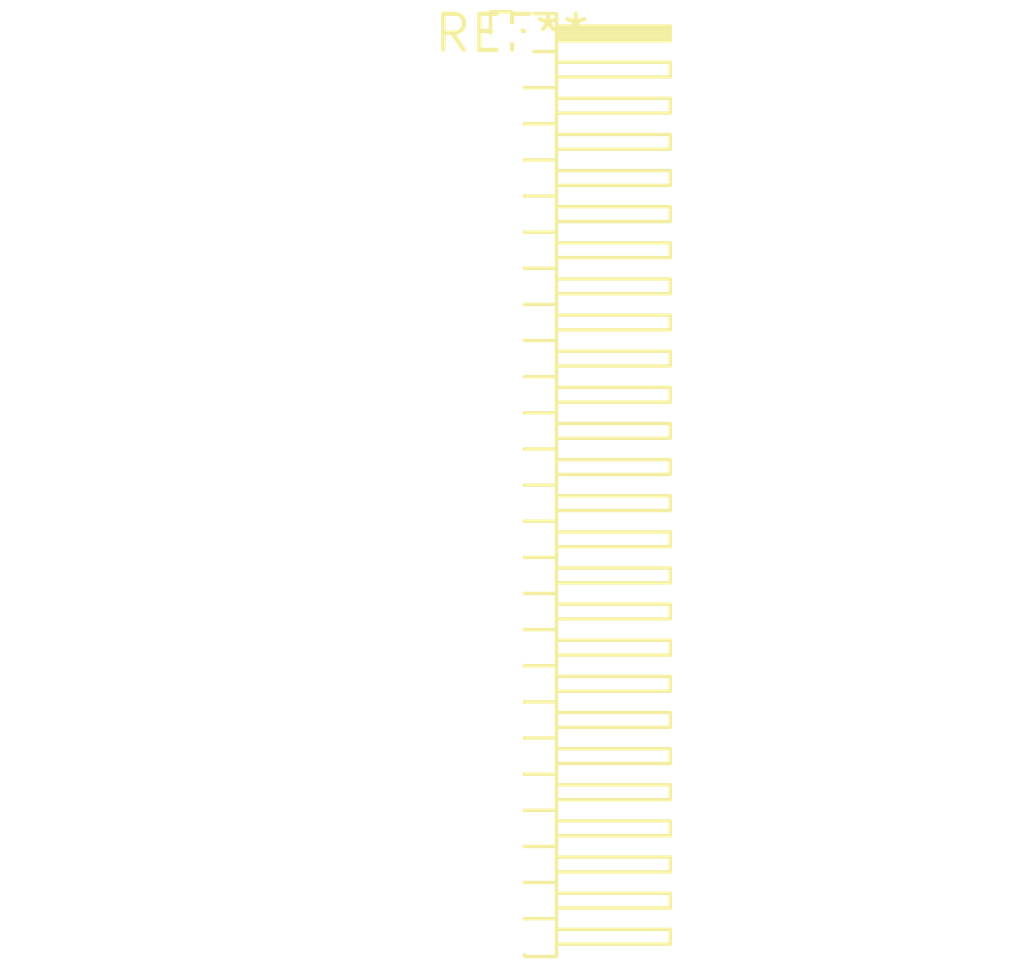
<source format=kicad_pcb>
(kicad_pcb (version 20240108) (generator pcbnew)
  (layers (0 "F.Cu" signal) (31 "B.Cu" signal) (34 "B.Paste" user) (35 "F.Paste" user) (36 "B.SilkS" user "B.Silkscreen") (37 "F.SilkS" user "F.Silkscreen") (38 "B.Mask" user) (39 "F.Mask" user) (44 "Edge.Cuts" user))
  (net 0 "")
  (footprint "PinHeader_1x26_P1.27mm_Horizontal" (layer "F.Cu") (at 0 0)
    (property "Reference" "REF**")
    (property "Value" "PinHeader_1x26_P1.27mm_Horizontal")
    (fp_line (start -0.76 -0.76) (end 0 -0.76) (layer "F.SilkS") (stroke (width 0.12)))
    (fp_line (start -0.76 0) (end -0.76 -0.76) (layer "F.SilkS") (stroke (width 0.12)))
    (fp_line (start 0.44 1.889677) (end 0.44 1.920323) (layer "F.SilkS") (stroke (width 0.12)))
    (fp_line (start 0.44 1.905) (end 1.56 1.905) (layer "F.SilkS") (stroke (width 0.12)))
    (fp_line (start 0.44 3.159677) (end 0.44 3.190323) (layer "F.SilkS") (stroke (width 0.12)))
    (fp_line (start 0.44 3.175) (end 1.56 3.175) (layer "F.SilkS") (stroke (width 0.12)))
    (fp_line (start 0.44 4.429677) (end 0.44 4.460323) (layer "F.SilkS") (stroke (width 0.12)))
    (fp_line (start 0.44 4.445) (end 1.56 4.445) (layer "F.SilkS") (stroke (width 0.12)))
    (fp_line (start 0.44 5.699677) (end 0.44 5.730323) (layer "F.SilkS") (stroke (width 0.12)))
    (fp_line (start 0.44 5.715) (end 1.56 5.715) (layer "F.SilkS") (stroke (width 0.12)))
    (fp_line (start 0.44 6.969677) (end 0.44 7.000323) (layer "F.SilkS") (stroke (width 0.12)))
    (fp_line (start 0.44 6.985) (end 1.56 6.985) (layer "F.SilkS") (stroke (width 0.12)))
    (fp_line (start 0.44 8.239677) (end 0.44 8.270323) (layer "F.SilkS") (stroke (width 0.12)))
    (fp_line (start 0.44 8.255) (end 1.56 8.255) (layer "F.SilkS") (stroke (width 0.12)))
    (fp_line (start 0.44 9.509677) (end 0.44 9.540323) (layer "F.SilkS") (stroke (width 0.12)))
    (fp_line (start 0.44 9.525) (end 1.56 9.525) (layer "F.SilkS") (stroke (width 0.12)))
    (fp_line (start 0.44 10.779677) (end 0.44 10.810323) (layer "F.SilkS") (stroke (width 0.12)))
    (fp_line (start 0.44 10.795) (end 1.56 10.795) (layer "F.SilkS") (stroke (width 0.12)))
    (fp_line (start 0.44 12.049677) (end 0.44 12.080323) (layer "F.SilkS") (stroke (width 0.12)))
    (fp_line (start 0.44 12.065) (end 1.56 12.065) (layer "F.SilkS") (stroke (width 0.12)))
    (fp_line (start 0.44 13.319677) (end 0.44 13.350323) (layer "F.SilkS") (stroke (width 0.12)))
    (fp_line (start 0.44 13.335) (end 1.56 13.335) (layer "F.SilkS") (stroke (width 0.12)))
    (fp_line (start 0.44 14.589677) (end 0.44 14.620323) (layer "F.SilkS") (stroke (width 0.12)))
    (fp_line (start 0.44 14.605) (end 1.56 14.605) (layer "F.SilkS") (stroke (width 0.12)))
    (fp_line (start 0.44 15.859677) (end 0.44 15.890323) (layer "F.SilkS") (stroke (width 0.12)))
    (fp_line (start 0.44 15.875) (end 1.56 15.875) (layer "F.SilkS") (stroke (width 0.12)))
    (fp_line (start 0.44 17.129677) (end 0.44 17.160323) (layer "F.SilkS") (stroke (width 0.12)))
    (fp_line (start 0.44 17.145) (end 1.56 17.145) (layer "F.SilkS") (stroke (width 0.12)))
    (fp_line (start 0.44 18.399677) (end 0.44 18.430323) (layer "F.SilkS") (stroke (width 0.12)))
    (fp_line (start 0.44 18.415) (end 1.56 18.415) (layer "F.SilkS") (stroke (width 0.12)))
    (fp_line (start 0.44 19.669677) (end 0.44 19.700323) (layer "F.SilkS") (stroke (width 0.12)))
    (fp_line (start 0.44 19.685) (end 1.56 19.685) (layer "F.SilkS") (stroke (width 0.12)))
    (fp_line (start 0.44 20.939677) (end 0.44 20.970323) (layer "F.SilkS") (stroke (width 0.12)))
    (fp_line (start 0.44 20.955) (end 1.56 20.955) (layer "F.SilkS") (stroke (width 0.12)))
    (fp_line (start 0.44 22.209677) (end 0.44 22.240323) (layer "F.SilkS") (stroke (width 0.12)))
    (fp_line (start 0.44 22.225) (end 1.56 22.225) (layer "F.SilkS") (stroke (width 0.12)))
    (fp_line (start 0.44 23.479677) (end 0.44 23.510323) (layer "F.SilkS") (stroke (width 0.12)))
    (fp_line (start 0.44 23.495) (end 1.56 23.495) (layer "F.SilkS") (stroke (width 0.12)))
    (fp_line (start 0.44 24.749677) (end 0.44 24.780323) (layer "F.SilkS") (stroke (width 0.12)))
    (fp_line (start 0.44 24.765) (end 1.56 24.765) (layer "F.SilkS") (stroke (width 0.12)))
    (fp_line (start 0.44 26.019677) (end 0.44 26.050323) (layer "F.SilkS") (stroke (width 0.12)))
    (fp_line (start 0.44 26.035) (end 1.56 26.035) (layer "F.SilkS") (stroke (width 0.12)))
    (fp_line (start 0.44 27.289677) (end 0.44 27.320323) (layer "F.SilkS") (stroke (width 0.12)))
    (fp_line (start 0.44 27.305) (end 1.56 27.305) (layer "F.SilkS") (stroke (width 0.12)))
    (fp_line (start 0.44 28.559677) (end 0.44 28.590323) (layer "F.SilkS") (stroke (width 0.12)))
    (fp_line (start 0.44 28.575) (end 1.56 28.575) (layer "F.SilkS") (stroke (width 0.12)))
    (fp_line (start 0.44 29.829677) (end 0.44 29.860323) (layer "F.SilkS") (stroke (width 0.12)))
    (fp_line (start 0.44 29.845) (end 1.56 29.845) (layer "F.SilkS") (stroke (width 0.12)))
    (fp_line (start 0.44 31.099677) (end 0.44 31.130323) (layer "F.SilkS") (stroke (width 0.12)))
    (fp_line (start 0.44 31.115) (end 1.56 31.115) (layer "F.SilkS") (stroke (width 0.12)))
    (fp_line (start 0.44 32.445) (end 0.44 32.369677) (layer "F.SilkS") (stroke (width 0.12)))
    (fp_line (start 0.76 -0.695) (end 1.56 -0.695) (layer "F.SilkS") (stroke (width 0.12)))
    (fp_line (start 0.76 0.635) (end 1.56 0.635) (layer "F.SilkS") (stroke (width 0.12)))
    (fp_line (start 1.56 -0.695) (end 1.56 32.445) (layer "F.SilkS") (stroke (width 0.12)))
    (fp_line (start 1.56 -0.26) (end 5.56 -0.26) (layer "F.SilkS") (stroke (width 0.12)))
    (fp_line (start 1.56 -0.2) (end 5.56 -0.2) (layer "F.SilkS") (stroke (width 0.12)))
    (fp_line (start 1.56 -0.08) (end 5.56 -0.08) (layer "F.SilkS") (stroke (width 0.12)))
    (fp_line (start 1.56 0.04) (end 5.56 0.04) (layer "F.SilkS") (stroke (width 0.12)))
    (fp_line (start 1.56 0.16) (end 5.56 0.16) (layer "F.SilkS") (stroke (width 0.12)))
    (fp_line (start 1.56 1.01) (end 5.56 1.01) (layer "F.SilkS") (stroke (width 0.12)))
    (fp_line (start 1.56 2.28) (end 5.56 2.28) (layer "F.SilkS") (stroke (width 0.12)))
    (fp_line (start 1.56 3.55) (end 5.56 3.55) (layer "F.SilkS") (stroke (width 0.12)))
    (fp_line (start 1.56 4.82) (end 5.56 4.82) (layer "F.SilkS") (stroke (width 0.12)))
    (fp_line (start 1.56 6.09) (end 5.56 6.09) (layer "F.SilkS") (stroke (width 0.12)))
    (fp_line (start 1.56 7.36) (end 5.56 7.36) (layer "F.SilkS") (stroke (width 0.12)))
    (fp_line (start 1.56 8.63) (end 5.56 8.63) (layer "F.SilkS") (stroke (width 0.12)))
    (fp_line (start 1.56 9.9) (end 5.56 9.9) (layer "F.SilkS") (stroke (width 0.12)))
    (fp_line (start 1.56 11.17) (end 5.56 11.17) (layer "F.SilkS") (stroke (width 0.12)))
    (fp_line (start 1.56 12.44) (end 5.56 12.44) (layer "F.SilkS") (stroke (width 0.12)))
    (fp_line (start 1.56 13.71) (end 5.56 13.71) (layer "F.SilkS") (stroke (width 0.12)))
    (fp_line (start 1.56 14.98) (end 5.56 14.98) (layer "F.SilkS") (stroke (width 0.12)))
    (fp_line (start 1.56 16.25) (end 5.56 16.25) (layer "F.SilkS") (stroke (width 0.12)))
    (fp_line (start 1.56 17.52) (end 5.56 17.52) (layer "F.SilkS") (stroke (width 0.12)))
    (fp_line (start 1.56 18.79) (end 5.56 18.79) (layer "F.SilkS") (stroke (width 0.12)))
    (fp_line (start 1.56 20.06) (end 5.56 20.06) (layer "F.SilkS") (stroke (width 0.12)))
    (fp_line (start 1.56 21.33) (end 5.56 21.33) (layer "F.SilkS") (stroke (width 0.12)))
    (fp_line (start 1.56 22.6) (end 5.56 22.6) (layer "F.SilkS") (stroke (width 0.12)))
    (fp_line (start 1.56 23.87) (end 5.56 23.87) (layer "F.SilkS") (stroke (width 0.12)))
    (fp_line (start 1.56 25.14) (end 5.56 25.14) (layer "F.SilkS") (stroke (width 0.12)))
    (fp_line (start 1.56 26.41) (end 5.56 26.41) (layer "F.SilkS") (stroke (width 0.12)))
    (fp_line (start 1.56 27.68) (end 5.56 27.68) (layer "F.SilkS") (stroke (width 0.12)))
    (fp_line (start 1.56 28.95) (end 5.56 28.95) (layer "F.SilkS") (stroke (width 0.12)))
    (fp_line (start 1.56 30.22) (end 5.56 30.22) (layer "F.SilkS") (stroke (width 0.12)))
    (fp_line (start 1.56 31.49) (end 5.56 31.49) (layer "F.SilkS") (stroke (width 0.12)))
    (fp_line (start 1.56 32.445) (end 0.44 32.445) (layer "F.SilkS") (stroke (width 0.12)))
    (fp_line (start 5.56 -0.26) (end 5.56 0.26) (layer "F.SilkS") (stroke (width 0.12)))
    (fp_line (start 5.56 0.26) (end 1.56 0.26) (layer "F.SilkS") (stroke (width 0.12)))
    (fp_line (start 5.56 1.01) (end 5.56 1.53) (layer "F.SilkS") (stroke (width 0.12)))
    (fp_line (start 5.56 1.53) (end 1.56 1.53) (layer "F.SilkS") (stroke (width 0.12)))
    (fp_line (start 5.56 2.28) (end 5.56 2.8) (layer "F.SilkS") (stroke (width 0.12)))
    (fp_line (start 5.56 2.8) (end 1.56 2.8) (layer "F.SilkS") (stroke (width 0.12)))
    (fp_line (start 5.56 3.55) (end 5.56 4.07) (layer "F.SilkS") (stroke (width 0.12)))
    (fp_line (start 5.56 4.07) (end 1.56 4.07) (layer "F.SilkS") (stroke (width 0.12)))
    (fp_line (start 5.56 4.82) (end 5.56 5.34) (layer "F.SilkS") (stroke (width 0.12)))
    (fp_line (start 5.56 5.34) (end 1.56 5.34) (layer "F.SilkS") (stroke (width 0.12)))
    (fp_line (start 5.56 6.09) (end 5.56 6.61) (layer "F.SilkS") (stroke (width 0.12)))
    (fp_line (start 5.56 6.61) (end 1.56 6.61) (layer "F.SilkS") (stroke (width 0.12)))
    (fp_line (start 5.56 7.36) (end 5.56 7.88) (layer "F.SilkS") (stroke (width 0.12)))
    (fp_line (start 5.56 7.88) (end 1.56 7.88) (layer "F.SilkS") (stroke (width 0.12)))
    (fp_line (start 5.56 8.63) (end 5.56 9.15) (layer "F.SilkS") (stroke (width 0.12)))
    (fp_line (start 5.56 9.15) (end 1.56 9.15) (layer "F.SilkS") (stroke (width 0.12)))
    (fp_line (start 5.56 9.9) (end 5.56 10.42) (layer "F.SilkS") (stroke (width 0.12)))
    (fp_line (start 5.56 10.42) (end 1.56 10.42) (layer "F.SilkS") (stroke (width 0.12)))
    (fp_line (start 5.56 11.17) (end 5.56 11.69) (layer "F.SilkS") (stroke (width 0.12)))
    (fp_line (start 5.56 11.69) (end 1.56 11.69) (layer "F.SilkS") (stroke (width 0.12)))
    (fp_line (start 5.56 12.44) (end 5.56 12.96) (layer "F.SilkS") (stroke (width 0.12)))
    (fp_line (start 5.56 12.96) (end 1.56 12.96) (layer "F.SilkS") (stroke (width 0.12)))
    (fp_line (start 5.56 13.71) (end 5.56 14.23) (layer "F.SilkS") (stroke (width 0.12)))
    (fp_line (start 5.56 14.23) (end 1.56 14.23) (layer "F.SilkS") (stroke (width 0.12)))
    (fp_line (start 5.56 14.98) (end 5.56 15.5) (layer "F.SilkS") (stroke (width 0.12)))
    (fp_line (start 5.56 15.5) (end 1.56 15.5) (layer "F.SilkS") (stroke (width 0.12)))
    (fp_line (start 5.56 16.25) (end 5.56 16.77) (layer "F.SilkS") (stroke (width 0.12)))
    (fp_line (start 5.56 16.77) (end 1.56 16.77) (layer "F.SilkS") (stroke (width 0.12)))
    (fp_line (start 5.56 17.52) (end 5.56 18.04) (layer "F.SilkS") (stroke (width 0.12)))
    (fp_line (start 5.56 18.04) (end 1.56 18.04) (layer "F.SilkS") (stroke (width 0.12)))
    (fp_line (start 5.56 18.79) (end 5.56 19.31) (layer "F.SilkS") (stroke (width 0.12)))
    (fp_line (start 5.56 19.31) (end 1.56 19.31) (layer "F.SilkS") (stroke (width 0.12)))
    (fp_line (start 5.56 20.06) (end 5.56 20.58) (layer "F.SilkS") (stroke (width 0.12)))
    (fp_line (start 5.56 20.58) (end 1.56 20.58) (layer "F.SilkS") (stroke (width 0.12)))
    (fp_line (start 5.56 21.33) (end 5.56 21.85) (layer "F.SilkS") (stroke (width 0.12)))
    (fp_line (start 5.56 21.85) (end 1.56 21.85) (layer "F.SilkS") (stroke (width 0.12)))
    (fp_line (start 5.56 22.6) (end 5.56 23.12) (layer "F.SilkS") (stroke (width 0.12)))
    (fp_line (start 5.56 23.12) (end 1.56 23.12) (layer "F.SilkS") (stroke (width 0.12)))
    (fp_line (start 5.56 23.87) (end 5.56 24.39) (layer "F.SilkS") (stroke (width 0.12)))
    (fp_line (start 5.56 24.39) (end 1.56 24.39) (layer "F.SilkS") (stroke (width 0.12)))
    (fp_line (start 5.56 25.14) (end 5.56 25.66) (layer "F.SilkS") (stroke (width 0.12)))
    (fp_line (start 5.56 25.66) (end 1.56 25.66) (layer "F.SilkS") (stroke (width 0.12)))
    (fp_line (start 5.56 26.41) (end 5.56 26.93) (layer "F.SilkS") (stroke (width 0.12)))
    (fp_line (start 5.56 26.93) (end 1.56 26.93) (layer "F.SilkS") (stroke (width 0.12)))
    (fp_line (start 5.56 27.68) (end 5.56 28.2) (layer "F.SilkS") (stroke (width 0.12)))
    (fp_line (start 5.56 28.2) (end 1.56 28.2) (layer "F.SilkS") (stroke (width 0.12)))
    (fp_line (start 5.56 28.95) (end 5.56 29.47) (layer "F.SilkS") (stroke (width 0.12)))
    (fp_line (start 5.56 29.47) (end 1.56 29.47) (layer "F.SilkS") (stroke (width 0.12)))
    (fp_line (start 5.56 30.22) (end 5.56 30.74) (layer "F.SilkS") (stroke (width 0.12)))
    (fp_line (start 5.56 30.74) (end 1.56 30.74) (layer "F.SilkS") (stroke (width 0.12)))
    (fp_line (start 5.56 31.49) (end 5.56 32.01) (layer "F.SilkS") (stroke (width 0.12)))
    (fp_line (start 5.56 32.01) (end 1.56 32.01) (layer "F.SilkS") (stroke (width 0.12)))
    (pad "1" thru_hole rect (at 0 0) (size 1 1) (drill 0.65) (layers *.Cu *.Mask) (remove_unused_layers))
    (pad "2" thru_hole oval (at 0 1.27) (size 1 1) (drill 0.65) (layers *.Cu *.Mask) (remove_unused_layers))
    (pad "3" thru_hole oval (at 0 2.54) (size 1 1) (drill 0.65) (layers *.Cu *.Mask) (remove_unused_layers))
    (pad "4" thru_hole oval (at 0 3.81) (size 1 1) (drill 0.65) (layers *.Cu *.Mask) (remove_unused_layers))
    (pad "5" thru_hole oval (at 0 5.08) (size 1 1) (drill 0.65) (layers *.Cu *.Mask) (remove_unused_layers))
    (pad "6" thru_hole oval (at 0 6.35) (size 1 1) (drill 0.65) (layers *.Cu *.Mask) (remove_unused_layers))
    (pad "7" thru_hole oval (at 0 7.62) (size 1 1) (drill 0.65) (layers *.Cu *.Mask) (remove_unused_layers))
    (pad "8" thru_hole oval (at 0 8.89) (size 1 1) (drill 0.65) (layers *.Cu *.Mask) (remove_unused_layers))
    (pad "9" thru_hole oval (at 0 10.16) (size 1 1) (drill 0.65) (layers *.Cu *.Mask) (remove_unused_layers))
    (pad "10" thru_hole oval (at 0 11.43) (size 1 1) (drill 0.65) (layers *.Cu *.Mask) (remove_unused_layers))
    (pad "11" thru_hole oval (at 0 12.7) (size 1 1) (drill 0.65) (layers *.Cu *.Mask) (remove_unused_layers))
    (pad "12" thru_hole oval (at 0 13.97) (size 1 1) (drill 0.65) (layers *.Cu *.Mask) (remove_unused_layers))
    (pad "13" thru_hole oval (at 0 15.24) (size 1 1) (drill 0.65) (layers *.Cu *.Mask) (remove_unused_layers))
    (pad "14" thru_hole oval (at 0 16.51) (size 1 1) (drill 0.65) (layers *.Cu *.Mask) (remove_unused_layers))
    (pad "15" thru_hole oval (at 0 17.78) (size 1 1) (drill 0.65) (layers *.Cu *.Mask) (remove_unused_layers))
    (pad "16" thru_hole oval (at 0 19.05) (size 1 1) (drill 0.65) (layers *.Cu *.Mask) (remove_unused_layers))
    (pad "17" thru_hole oval (at 0 20.32) (size 1 1) (drill 0.65) (layers *.Cu *.Mask) (remove_unused_layers))
    (pad "18" thru_hole oval (at 0 21.59) (size 1 1) (drill 0.65) (layers *.Cu *.Mask) (remove_unused_layers))
    (pad "19" thru_hole oval (at 0 22.86) (size 1 1) (drill 0.65) (layers *.Cu *.Mask) (remove_unused_layers))
    (pad "20" thru_hole oval (at 0 24.13) (size 1 1) (drill 0.65) (layers *.Cu *.Mask) (remove_unused_layers))
    (pad "21" thru_hole oval (at 0 25.4) (size 1 1) (drill 0.65) (layers *.Cu *.Mask) (remove_unused_layers))
    (pad "22" thru_hole oval (at 0 26.67) (size 1 1) (drill 0.65) (layers *.Cu *.Mask) (remove_unused_layers))
    (pad "23" thru_hole oval (at 0 27.94) (size 1 1) (drill 0.65) (layers *.Cu *.Mask) (remove_unused_layers))
    (pad "24" thru_hole oval (at 0 29.21) (size 1 1) (drill 0.65) (layers *.Cu *.Mask) (remove_unused_layers))
    (pad "25" thru_hole oval (at 0 30.48) (size 1 1) (drill 0.65) (layers *.Cu *.Mask) (remove_unused_layers))
    (pad "26" thru_hole oval (at 0 31.75) (size 1 1) (drill 0.65) (layers *.Cu *.Mask) (remove_unused_layers))
  )
)
</source>
